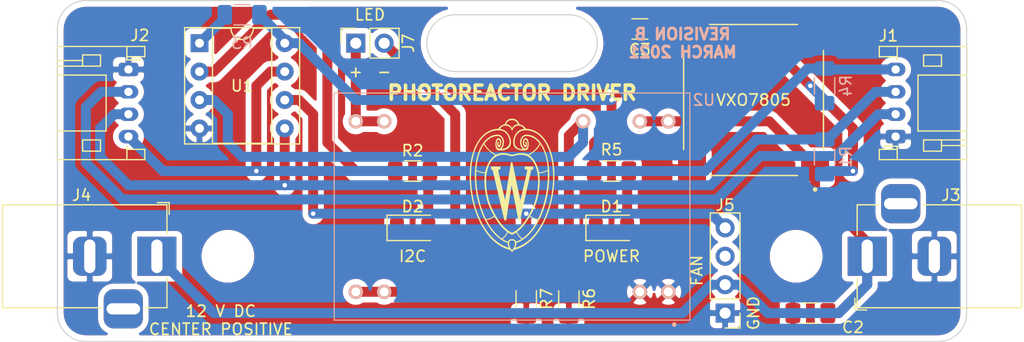
<source format=kicad_pcb>
(kicad_pcb (version 20171130) (host pcbnew 5.1.8+dfsg1-1+b1)
  (title_block (title "Digital Photoreactor Driver") (date 2021-03-06) (rev B) (company "University of Wisconsin-Madison") (comment 1 "Department of Chemistry") (comment 2 "Gellman Group") (comment 3 "Philip Lampkin") (comment 4 plampkin@wisc.edu))
  (layers (0 F.Cu signal) (31 B.Cu signal) (34 B.Paste user) (35 F.Paste user) (36 B.SilkS user) (37 F.SilkS user) (38 B.Mask user) (39 F.Mask user) (44 Edge.Cuts user))
  (net 0 "")
  (net 1 GND)
  (net 2 +12V)
  (net 3 +5V)
  (net 4 SDA)
  (net 5 SCL)
  (net 6 PWM_LED)
  (net 7 PWM_FAN)
  (net 8 INDICATOR)
  (net 9 "Net-(D1-Pad2)")
  (net 10 "Net-(D2-Pad2)")
  (net 11 "Net-(R3-Pad2)")
  (net 12 "Net-(J7-Pad1)")
  (net 13 "Net-(J7-Pad2)")
  (net 14 "Net-(J1-Pad2)")
  (module footprints:CONV_VXO7805-500-M (layer F.Cu) (at 148.59 87.63 180)
    (fp_text reference PS1 hide)
    (fp_text value VXO7805-500-M)
    (pad 4 smd rect (at -5.5 6 180) (size 2.5 2.5) (layers F.Cu F.Paste F.Mask))
    (pad 3 smd rect (at 5.5 6 180) (size 2.5 2.5) (layers F.Cu F.Paste F.Mask) (net 3 +5V))
    (pad 2 smd rect (at 5.5 -6 180) (size 2.5 2.5) (layers F.Cu F.Paste F.Mask) (net 1 GND))
    (pad 1 smd rect (at -5.5 -6 180) (size 2.5 2.5) (layers F.Cu F.Paste F.Mask) (net 2 +12V))
  )
  (module Resistor_SMD:R_1206_3216Metric_Pad1.30x1.75mm_HandSolder (layer F.Cu) (at 128.27 105.41 270)
    (fp_text reference R7 (at 0 -1.82 90) (layer F.SilkS))
    (fp_text value 4.7k)
    (pad 2 smd roundrect (at 1.55 0 270) (size 1.3 1.75) (layers F.Cu F.Paste F.Mask) (roundrect_rratio 0.192308) (net 1 GND))
    (pad 1 smd roundrect (at -1.55 0 270) (size 1.3 1.75) (layers F.Cu F.Paste F.Mask) (roundrect_rratio 0.192308) (net 7 PWM_FAN))
  )
  (module Resistor_SMD:R_1206_3216Metric_Pad1.30x1.75mm_HandSolder (layer F.Cu) (at 132.08 105.41 270)
    (fp_text reference R6 (at 0 -1.82 90) (layer F.SilkS))
    (fp_text value 4.7k)
    (pad 2 smd roundrect (at 1.55 0 270) (size 1.3 1.75) (layers F.Cu F.Paste F.Mask) (roundrect_rratio 0.192308) (net 1 GND))
    (pad 1 smd roundrect (at -1.55 0 270) (size 1.3 1.75) (layers F.Cu F.Paste F.Mask) (roundrect_rratio 0.192308) (net 6 PWM_LED))
  )
  (module Connector_JST:JST_PH_S4B-PH-K_1x04_P2.00mm_Horizontal (layer F.Cu) (at 161.29 90.9 90)
    (fp_text reference J1 (at 9.017 -0.635) (layer F.SilkS))
    (fp_text value Conn_01x04)
    (pad 4 thru_hole oval (at 6 0 90) (size 1.2 1.75) (drill 0.75) (layers *.Cu *.Mask) (net 5 SCL))
    (pad 3 thru_hole oval (at 4 0 90) (size 1.2 1.75) (drill 0.75) (layers *.Cu *.Mask) (net 4 SDA))
    (pad 2 thru_hole oval (at 2 0 90) (size 1.2 1.75) (drill 0.75) (layers *.Cu *.Mask) (net 14 "Net-(J1-Pad2)"))
    (pad 1 thru_hole roundrect (at 0 0 90) (size 1.2 1.75) (drill 0.75) (layers *.Cu *.Mask) (roundrect_rratio 0.2083325) (net 1 GND))
  )
  (module Resistor_SMD:R_1206_3216Metric_Pad1.30x1.75mm_HandSolder (layer F.Cu) (at 135.89 93.98)
    (fp_text reference R5 (at 0 -1.905) (layer F.SilkS))
    (fp_text value 470)
    (pad 2 smd roundrect (at 1.55 0) (size 1.3 1.75) (layers F.Cu F.Paste F.Mask) (roundrect_rratio 0.1923076923076923) (net 9 "Net-(D1-Pad2)"))
    (pad 1 smd roundrect (at -1.55 0) (size 1.3 1.75) (layers F.Cu F.Paste F.Mask) (roundrect_rratio 0.1923076923076923) (net 3 +5V))
  )
  (module Resistor_SMD:R_1206_3216Metric_Pad1.30x1.75mm_HandSolder (layer B.Cu) (at 154.94 86.36 90)
    (fp_text reference R4 (at 0 1.905 90) (layer B.SilkS) (effects (justify mirror)))
    (fp_text value 4.7k)
    (pad 2 smd roundrect (at 1.55 0 90) (size 1.3 1.75) (layers B.Cu B.Paste B.Mask) (roundrect_rratio 0.1923076923076923) (net 5 SCL))
    (pad 1 smd roundrect (at -1.55 0 90) (size 1.3 1.75) (layers B.Cu B.Paste B.Mask) (roundrect_rratio 0.1923076923076923) (net 3 +5V))
  )
  (module Resistor_SMD:R_1206_3216Metric_Pad1.30x1.75mm_HandSolder (layer B.Cu) (at 102.87 80.01 180)
    (fp_text reference R3 (at 0 -2.54) (layer B.SilkS) (effects (justify mirror)))
    (fp_text value 10k)
    (pad 2 smd roundrect (at 1.55 0 180) (size 1.3 1.75) (layers B.Cu B.Paste B.Mask) (roundrect_rratio 0.1923076923076923) (net 11 "Net-(R3-Pad2)"))
    (pad 1 smd roundrect (at -1.55 0 180) (size 1.3 1.75) (layers B.Cu B.Paste B.Mask) (roundrect_rratio 0.1923076923076923) (net 3 +5V))
  )
  (module Resistor_SMD:R_1206_3216Metric_Pad1.30x1.75mm_HandSolder (layer F.Cu) (at 118.11 93.98)
    (fp_text reference R2 (at 0 -1.82) (layer F.SilkS))
    (fp_text value 470)
    (pad 2 smd roundrect (at 1.55 0) (size 1.3 1.75) (layers F.Cu F.Paste F.Mask) (roundrect_rratio 0.1923076923076923) (net 10 "Net-(D2-Pad2)"))
    (pad 1 smd roundrect (at -1.55 0) (size 1.3 1.75) (layers F.Cu F.Paste F.Mask) (roundrect_rratio 0.1923076923076923) (net 8 INDICATOR))
  )
  (module Resistor_SMD:R_1206_3216Metric_Pad1.30x1.75mm_HandSolder (layer B.Cu) (at 154.94 92.71 270)
    (fp_text reference R1 (at 0 -1.905 90) (layer B.SilkS) (effects (justify mirror)))
    (fp_text value 4.7k)
    (pad 2 smd roundrect (at 1.55 0 270) (size 1.3 1.75) (layers B.Cu B.Paste B.Mask) (roundrect_rratio 0.1923076923076923) (net 3 +5V))
    (pad 1 smd roundrect (at -1.55 0 270) (size 1.3 1.75) (layers B.Cu B.Paste B.Mask) (roundrect_rratio 0.1923076923076923) (net 4 SDA))
  )
  (module Capacitor_SMD:C_1206_3216Metric_Pad1.33x1.80mm_HandSolder (layer F.Cu) (at 138.43 81.28 180)
    (fp_text reference C3 (at 0 -1.85) (layer F.SilkS))
    (fp_text value 22u)
    (pad 2 smd roundrect (at 1.5625 0 180) (size 1.325 1.8) (layers F.Cu F.Paste F.Mask) (roundrect_rratio 0.1886784905660377) (net 1 GND))
    (pad 1 smd roundrect (at -1.5625 0 180) (size 1.325 1.8) (layers F.Cu F.Paste F.Mask) (roundrect_rratio 0.1886784905660377) (net 3 +5V))
  )
  (module Capacitor_SMD:C_1206_3216Metric_Pad1.33x1.80mm_HandSolder (layer F.Cu) (at 153.67 106.68)
    (fp_text reference C2 (at 3.81 1.27) (layer F.SilkS))
    (fp_text value 10u)
    (pad 2 smd roundrect (at 1.5625 0) (size 1.325 1.8) (layers F.Cu F.Paste F.Mask) (roundrect_rratio 0.1886784905660377) (net 2 +12V))
    (pad 1 smd roundrect (at -1.5625 0) (size 1.325 1.8) (layers F.Cu F.Paste F.Mask) (roundrect_rratio 0.1886784905660377) (net 1 GND))
  )
  (module footprints:logo (layer F.Cu) (at 127 95.25)
    (fp_text reference G*** hide)
    (fp_text value LOGO hide)
  )
  (module LED_SMD:LED_1206_3216Metric (layer F.Cu) (at 135.89 99.06)
    (fp_text reference D1 (at 0 -1.905) (layer F.SilkS))
    (fp_text value LED)
    (pad 2 smd roundrect (at 1.4 0) (size 1.25 1.75) (layers F.Cu F.Paste F.Mask) (roundrect_rratio 0.2) (net 9 "Net-(D1-Pad2)"))
    (pad 1 smd roundrect (at -1.4 0) (size 1.25 1.75) (layers F.Cu F.Paste F.Mask) (roundrect_rratio 0.2) (net 1 GND))
  )
  (module MountingHole:MountingHole_3.7mm (layer F.Cu) (at 152.4 101.6 180)
    (fp_text reference REF** hide)
    (fp_text value MountingHole_3.7mm hide)
    (pad 1 np_thru_hole circle (at 0 0 180) (size 3.7 3.7) (drill 3.7) (layers *.Cu *.Mask))
  )
  (module MountingHole:MountingHole_3.7mm (layer F.Cu) (at 101.6 101.6 180)
    (fp_text reference REF** hide)
    (fp_text value MountingHole_3.7mm hide)
    (pad 1 np_thru_hole circle (at 0 0 180) (size 3.7 3.7) (drill 3.7) (layers *.Cu *.Mask))
  )
  (module LDD-1500L:LDD1500L (layer B.Cu) (at 140.97 104.775 90)
    (fp_text reference U2 (at 17.145 3.175 180) (layer B.SilkS) (effects (justify mirror)))
    (fp_text value LDD-1500L hide)
    (pad 24 thru_hole circle (at 15.24 0) (size 1.3 1.3) (drill 0.8) (layers *.Cu *.Mask B.SilkS) (net 2 +12V))
    (pad 23 thru_hole circle (at 15.24 -2.54) (size 1.3 1.3) (drill 0.8) (layers *.Cu *.Mask B.SilkS) (net 2 +12V))
    (pad 21 thru_hole circle (at 15.24 -7.62) (size 1.3 1.3) (drill 0.8) (layers *.Cu *.Mask B.SilkS) (net 6 PWM_LED))
    (pad 14 thru_hole circle (at 15.24 -25.4) (size 1.3 1.3) (drill 0.8) (layers *.Cu *.Mask B.SilkS) (net 12 "Net-(J7-Pad1)"))
    (pad 13 thru_hole circle (at 15.24 -27.94) (size 1.3 1.3) (drill 0.8) (layers *.Cu *.Mask B.SilkS) (net 12 "Net-(J7-Pad1)"))
    (pad 12 thru_hole circle (at 0 -27.94) (size 1.3 1.3) (drill 0.8) (layers *.Cu *.Mask B.SilkS) (net 13 "Net-(J7-Pad2)"))
    (pad 11 thru_hole circle (at 0 -25.4) (size 1.3 1.3) (drill 0.8) (layers *.Cu *.Mask B.SilkS) (net 13 "Net-(J7-Pad2)"))
    (pad 2 thru_hole circle (at 0 -2.54) (size 1.3 1.3) (drill 0.8) (layers *.Cu *.Mask B.SilkS) (net 1 GND))
    (pad 1 thru_hole circle (at 0 0) (size 1.3 1.3) (drill 0.8) (layers *.Cu *.Mask B.SilkS) (net 1 GND))
  )
  (module Connector_BarrelJack:BarrelJack_Horizontal (layer F.Cu) (at 95.25 101.6)
    (fp_text reference J4 (at -6.731 -5.461) (layer F.SilkS))
    (fp_text value Barrel_Jack)
    (pad 1 thru_hole rect (at 0 0) (size 3.5 3.5) (drill oval 1 3) (layers *.Cu *.Mask) (net 2 +12V))
    (pad 2 thru_hole roundrect (at -6 0) (size 3 3.5) (drill oval 1 3) (layers *.Cu *.Mask) (net 1 GND))
    (pad 3 thru_hole roundrect (at -3 4.7) (size 3.5 3.5) (drill oval 3 1) (layers *.Cu *.Mask))
  )
  (module Connector_BarrelJack:BarrelJack_Horizontal (layer F.Cu) (at 158.75 101.6 180)
    (fp_text reference J3 (at -7.493 5.462) (layer F.SilkS))
    (fp_text value Barrel_Jack)
    (pad 3 thru_hole roundrect (at -3 4.7 180) (size 3.5 3.5) (drill oval 3 1) (layers *.Cu *.Mask))
    (pad 2 thru_hole roundrect (at -6 0 180) (size 3 3.5) (drill oval 1 3) (layers *.Cu *.Mask) (net 1 GND))
    (pad 1 thru_hole rect (at 0 0 180) (size 3.5 3.5) (drill oval 1 3) (layers *.Cu *.Mask) (net 2 +12V))
  )
  (module LED_SMD:LED_1206_3216Metric (layer F.Cu) (at 118.11 99.06)
    (fp_text reference D2 (at 0 -1.905) (layer F.SilkS))
    (fp_text value LED)
    (pad 2 smd roundrect (at 1.4 0) (size 1.25 1.75) (layers F.Cu F.Paste F.Mask) (roundrect_rratio 0.2) (net 10 "Net-(D2-Pad2)"))
    (pad 1 smd roundrect (at -1.4 0) (size 1.25 1.75) (layers F.Cu F.Paste F.Mask) (roundrect_rratio 0.2) (net 1 GND))
  )
  (module Connector_JST:JST_PH_S4B-PH-K_1x04_P2.00mm_Horizontal (layer F.Cu) (at 92.71 84.9 270)
    (fp_text reference J2 (at -3.048 -1.016 180) (layer F.SilkS))
    (fp_text value Conn_01x04)
    (pad 4 thru_hole oval (at 6 0 270) (size 1.2 1.75) (drill 0.75) (layers *.Cu *.Mask) (net 5 SCL))
    (pad 3 thru_hole oval (at 4 0 270) (size 1.2 1.75) (drill 0.75) (layers *.Cu *.Mask) (net 4 SDA))
    (pad 2 thru_hole oval (at 2 0 270) (size 1.2 1.75) (drill 0.75) (layers *.Cu *.Mask) (net 14 "Net-(J1-Pad2)"))
    (pad 1 thru_hole roundrect (at 0 0 270) (size 1.2 1.75) (drill 0.75) (layers *.Cu *.Mask) (roundrect_rratio 0.2083325) (net 1 GND))
  )
  (module Package_DIP:DIP-8_W7.62mm_Socket (layer F.Cu) (at 99.06 82.55)
    (fp_text reference U1 (at 3.81 3.81) (layer F.SilkS))
    (fp_text value ATtiny85-20PU)
    (pad 8 thru_hole oval (at 7.62 0) (size 1.6 1.6) (drill 0.8) (layers *.Cu *.Mask) (net 3 +5V))
    (pad 4 thru_hole oval (at 0 7.62) (size 1.6 1.6) (drill 0.8) (layers *.Cu *.Mask) (net 1 GND))
    (pad 7 thru_hole oval (at 7.62 2.54) (size 1.6 1.6) (drill 0.8) (layers *.Cu *.Mask) (net 5 SCL))
    (pad 3 thru_hole oval (at 0 5.08) (size 1.6 1.6) (drill 0.8) (layers *.Cu *.Mask) (net 6 PWM_LED))
    (pad 6 thru_hole oval (at 7.62 5.08) (size 1.6 1.6) (drill 0.8) (layers *.Cu *.Mask) (net 7 PWM_FAN))
    (pad 2 thru_hole oval (at 0 2.54) (size 1.6 1.6) (drill 0.8) (layers *.Cu *.Mask) (net 8 INDICATOR))
    (pad 5 thru_hole oval (at 7.62 7.62) (size 1.6 1.6) (drill 0.8) (layers *.Cu *.Mask) (net 4 SDA))
    (pad 1 thru_hole rect (at 0 0) (size 1.6 1.6) (drill 0.8) (layers *.Cu *.Mask) (net 11 "Net-(R3-Pad2)"))
  )
  (module Connector_PinHeader_2.54mm:PinHeader_1x04_P2.54mm_Vertical (layer F.Cu) (at 146.05 106.68 180)
    (fp_text reference J5 (at 0 9.652) (layer F.SilkS))
    (fp_text value Conn_01x04)
    (pad 4 thru_hole oval (at 0 7.62 180) (size 1.7 1.7) (drill 1) (layers *.Cu *.Mask) (net 7 PWM_FAN))
    (pad 3 thru_hole oval (at 0 5.08 180) (size 1.7 1.7) (drill 1) (layers *.Cu *.Mask))
    (pad 2 thru_hole oval (at 0 2.54 180) (size 1.7 1.7) (drill 1) (layers *.Cu *.Mask) (net 2 +12V))
    (pad 1 thru_hole rect (at 0 0 180) (size 1.7 1.7) (drill 1) (layers *.Cu *.Mask) (net 1 GND))
  )
  (module Connector_PinSocket_2.54mm:PinSocket_1x02_P2.54mm_Vertical (layer F.Cu) (at 113.03 82.55 90)
    (fp_text reference J7 (at 0 4.699 90) (layer F.SilkS))
    (fp_text value Conn_01x02)
    (pad 1 thru_hole rect (at 0 0 90) (size 1.7 1.7) (drill 1) (layers *.Cu *.Mask) (net 12 "Net-(J7-Pad1)"))
    (pad 2 thru_hole oval (at 0 2.54 90) (size 1.7 1.7) (drill 1) (layers *.Cu *.Mask) (net 13 "Net-(J7-Pad2)"))
  )
  (gr_text VXO7805 (at 148.59 87.63) (layer F.SilkS) (effects (font (size 1 1))))
  (gr_text FAN (at 143.51 102.87 90) (layer F.SilkS) (effects (font (size 1 1))))
  (gr_text GND (at 148.59 106.68 90) (layer F.SilkS) (effects (font (size 1 1))))
  (gr_text - (at 115.57 85.09) (layer F.SilkS) (effects (font (size 1 1))))
  (gr_text + (at 113.03 85.09) (layer F.SilkS) (effects (font (size 1 1))))
  (gr_text I2C (at 118.11 101.6) (layer F.SilkS) (effects (font (size 1 1))))
  (gr_text POWER (at 135.89 101.6) (layer F.SilkS) (effects (font (size 1 1))))
  (gr_text "12 V DC\nCENTER POSITIVE" (at 100.965 107.315) (layer F.SilkS) (effects (font (size 1 1))))
  (gr_text "PHOTOREACTOR DRIVER" (at 127 86.995) (layer F.SilkS) (effects (font (size 1.27 1.27) (thickness 0.3175))))
  (gr_text LED (at 114.3 80.01) (layer F.SilkS) (effects (font (size 1 1))))
  (gr_arc (start 121.92 82.55) (end 119.38 82.55) (angle -90) (layer Edge.Cuts) (width 0.1))
  (gr_line (start 165.1 78.74) (end 88.9 78.74) (layer Edge.Cuts) (width 0.1))
  (gr_arc (start 121.92 82.55) (end 121.92 80.01) (angle -90) (layer Edge.Cuts) (width 0.1))
  (gr_arc (start 132.08 82.55) (end 134.62 82.55) (angle -90) (layer Edge.Cuts) (width 0.1))
  (gr_arc (start 132.08 82.55) (end 132.08 85.09) (angle -90) (layer Edge.Cuts) (width 0.1))
  (gr_line (start 132.08 80.01) (end 121.92 80.01) (layer Edge.Cuts) (width 0.1))
  (gr_line (start 132.08 85.09) (end 121.92 85.09) (layer Edge.Cuts) (width 0.1))
  (gr_line (start 165.1 109.22) (end 88.9 109.22) (layer Edge.Cuts) (width 0.1))
  (gr_line (start 86.36 81.28) (end 86.36 106.68) (layer Edge.Cuts) (width 0.1))
  (gr_line (start 167.64 106.68) (end 167.64 81.28) (layer Edge.Cuts) (width 0.1))
  (gr_arc (start 88.9 81.28) (end 88.9 78.74) (angle -90) (layer Edge.Cuts) (width 0.1))
  (gr_arc (start 88.9 106.68) (end 86.36 106.68) (angle -90) (layer Edge.Cuts) (width 0.1))
  (gr_arc (start 165.1 106.68) (end 165.1 109.22) (angle -90) (layer Edge.Cuts) (width 0.1))
  (gr_arc (start 165.1 81.28) (end 167.64 81.28) (angle -90) (layer Edge.Cuts) (width 0.1))
  (gr_text "REVISION B\nMARCH 2021" (at 142.24 82.55) (layer B.SilkS) (effects (font (size 1 1) (thickness 0.25)) (justify mirror)))
  (segment (start 158.75 101.6) (end 158.75 102.87) (width 0.889) (layer F.Cu) (net 2))
  (segment (start 155.2325 106.68) (end 156.21 106.68) (width 0.889) (layer F.Cu) (net 2))
  (segment (start 158.75 104.14) (end 158.75 101.6) (width 0.889) (layer F.Cu) (net 2))
  (segment (start 156.21 106.68) (end 158.75 104.14) (width 0.889) (layer F.Cu) (net 2))
  (segment (start 154.09 93.63) (end 154.09 95.67) (width 0.889) (layer F.Cu) (net 2))
  (segment (start 158.75 100.33) (end 158.75 101.6) (width 0.889) (layer F.Cu) (net 2))
  (segment (start 154.09 95.67) (end 158.75 100.33) (width 0.889) (layer F.Cu) (net 2))
  (segment (start 138.43 89.535) (end 140.97 89.535) (width 0.889) (layer F.Cu) (net 2))
  (segment (start 149.995 89.535) (end 154.09 93.63) (width 0.889) (layer F.Cu) (net 2))
  (segment (start 140.97 89.535) (end 149.995 89.535) (width 0.889) (layer F.Cu) (net 2))
  (segment (start 144.78 104.14) (end 146.05 104.14) (width 0.889) (layer B.Cu) (net 2))
  (segment (start 142.24 106.68) (end 144.78 104.14) (width 0.889) (layer B.Cu) (net 2))
  (segment (start 100.33 106.68) (end 142.24 106.68) (width 0.889) (layer B.Cu) (net 2))
  (segment (start 95.25 101.6) (end 100.33 106.68) (width 0.889) (layer B.Cu) (net 2))
  (segment (start 146.05 104.14) (end 147.32 104.14) (width 0.889) (layer B.Cu) (net 2))
  (segment (start 147.32 104.14) (end 149.86 106.68) (width 0.889) (layer B.Cu) (net 2))
  (segment (start 149.86 106.68) (end 156.21 106.68) (width 0.889) (layer B.Cu) (net 2))
  (segment (start 156.21 106.68) (end 158.75 104.14) (width 0.889) (layer B.Cu) (net 2))
  (segment (start 158.75 104.14) (end 158.75 101.6) (width 0.889) (layer B.Cu) (net 2))
  (segment (start 142.74 81.28) (end 143.09 81.63) (width 0.889) (layer F.Cu) (net 3))
  (segment (start 139.9925 81.28) (end 142.74 81.28) (width 0.889) (layer F.Cu) (net 3))
  (segment (start 139.9925 83.5275) (end 139.9925 81.28) (width 0.889) (layer F.Cu) (net 3))
  (segment (start 135.89 89.891258) (end 135.89 87.63) (width 0.889) (layer F.Cu) (net 3))
  (segment (start 134.34 91.441258) (end 135.89 89.891258) (width 0.889) (layer F.Cu) (net 3))
  (segment (start 134.34 93.98) (end 134.34 91.441258) (width 0.889) (layer F.Cu) (net 3))
  (segment (start 135.89 87.63) (end 137.16 86.36) (width 0.889) (layer F.Cu) (net 3))
  (segment (start 137.16 86.36) (end 139.9925 83.5275) (width 0.889) (layer F.Cu) (net 3))
  (via (at 135.89 87.63) (size 0.8) (drill 0.4) (layers F.Cu B.Cu) (net 3))
  (segment (start 135.89 87.63) (end 113.03 87.63) (width 0.889) (layer B.Cu) (net 3))
  (segment (start 107.95 82.55) (end 106.68 82.55) (width 0.889) (layer B.Cu) (net 3))
  (segment (start 113.03 87.63) (end 107.95 82.55) (width 0.889) (layer B.Cu) (net 3))
  (segment (start 106.68 82.27) (end 104.42 80.01) (width 0.889) (layer B.Cu) (net 3))
  (segment (start 106.68 82.55) (end 106.68 82.27) (width 0.889) (layer B.Cu) (net 3))
  (segment (start 92.71 84.9) (end 92.71 85.09) (width 0.889) (layer B.Cu) (net 1))
  (segment (start 143.09 81.63) (end 148.94 81.63) (width 0.889) (layer F.Cu) (net 3))
  (via (at 157.48 93.98) (size 0.8) (drill 0.4) (layers F.Cu B.Cu) (net 3))
  (segment (start 157.48 90.17) (end 157.48 93.98) (width 0.889) (layer F.Cu) (net 3))
  (segment (start 155.22 93.98) (end 154.94 94.26) (width 0.889) (layer B.Cu) (net 3))
  (segment (start 157.48 93.98) (end 155.22 93.98) (width 0.889) (layer B.Cu) (net 3))
  (segment (start 154.94 87.91) (end 155.22 87.91) (width 0.889) (layer B.Cu) (net 3))
  (segment (start 154.94 87.91) (end 154.94 87.63) (width 0.889) (layer B.Cu) (net 3))
  (via (at 153.67 86.36) (size 0.8) (drill 0.4) (layers F.Cu B.Cu) (net 3))
  (segment (start 154.94 87.63) (end 153.67 86.36) (width 0.889) (layer B.Cu) (net 3))
  (segment (start 153.67 86.36) (end 157.48 90.17) (width 0.889) (layer F.Cu) (net 3))
  (segment (start 148.94 81.63) (end 153.67 86.36) (width 0.889) (layer F.Cu) (net 3))
  (segment (start 154.94 91.16) (end 155.22 91.16) (width 0.889) (layer B.Cu) (net 4))
  (segment (start 159.48 86.9) (end 161.29 86.9) (width 0.889) (layer B.Cu) (net 4))
  (segment (start 155.22 91.16) (end 159.48 86.9) (width 0.889) (layer B.Cu) (net 4))
  (segment (start 148.87 91.16) (end 144.779981 95.25002) (width 0.889) (layer B.Cu) (net 4))
  (segment (start 154.94 91.16) (end 148.87 91.16) (width 0.889) (layer B.Cu) (net 4))
  (via (at 106.67998 95.25002) (size 0.8) (drill 0.4) (layers F.Cu B.Cu) (net 4))
  (segment (start 106.68 95.25) (end 106.67998 95.25002) (width 0.889) (layer F.Cu) (net 4))
  (segment (start 106.68 90.17) (end 106.68 95.25) (width 0.889) (layer F.Cu) (net 4))
  (segment (start 144.779981 95.25002) (end 106.67998 95.25002) (width 0.889) (layer B.Cu) (net 4))
  (segment (start 94.769045 95.25002) (end 94.769025 95.25) (width 0.889) (layer B.Cu) (net 4))
  (segment (start 104.77498 95.25002) (end 94.769045 95.25002) (width 0.889) (layer B.Cu) (net 4))
  (segment (start 106.67998 95.25002) (end 104.77498 95.25002) (width 0.889) (layer B.Cu) (net 4))
  (segment (start 104.77498 95.25002) (end 104.14 95.25002) (width 0.889) (layer B.Cu) (net 4))
  (segment (start 94.769025 95.25) (end 92.71 95.25) (width 0.889) (layer B.Cu) (net 4))
  (segment (start 92.71 95.25) (end 90.17 92.71) (width 0.889) (layer B.Cu) (net 4))
  (segment (start 90.17 92.71) (end 90.17 90.17) (width 0.889) (layer B.Cu) (net 4))
  (segment (start 90.17 90.17) (end 91.44 88.9) (width 0.889) (layer B.Cu) (net 4))
  (segment (start 91.44 88.9) (end 92.71 88.9) (width 0.889) (layer B.Cu) (net 4))
  (segment (start 155.03 84.9) (end 154.94 84.81) (width 0.889) (layer B.Cu) (net 5))
  (segment (start 161.29 84.9) (end 155.03 84.9) (width 0.889) (layer B.Cu) (net 5))
  (segment (start 153.423936 84.81) (end 144.253936 93.98) (width 0.889) (layer B.Cu) (net 5))
  (segment (start 154.94 84.81) (end 153.423936 84.81) (width 0.889) (layer B.Cu) (net 5))
  (segment (start 144.253936 93.98) (end 144.253926 93.98001) (width 0.889) (layer B.Cu) (net 5))
  (segment (start 104.13999 86.36001) (end 104.13999 93.98001) (width 0.889) (layer F.Cu) (net 5))
  (segment (start 105.41 85.09) (end 104.13999 86.36001) (width 0.889) (layer F.Cu) (net 5))
  (via (at 104.13999 93.98001) (size 0.8) (drill 0.4) (layers F.Cu B.Cu) (net 5))
  (segment (start 106.68 85.09) (end 105.41 85.09) (width 0.889) (layer F.Cu) (net 5))
  (segment (start 144.253926 93.98001) (end 104.13999 93.98001) (width 0.889) (layer B.Cu) (net 5))
  (segment (start 95.79001 93.98001) (end 92.71 90.9) (width 0.889) (layer B.Cu) (net 5))
  (segment (start 104.13999 93.98001) (end 95.79001 93.98001) (width 0.889) (layer B.Cu) (net 5))
  (segment (start 99.06 87.63) (end 100.33 87.63) (width 0.889) (layer B.Cu) (net 6))
  (segment (start 100.33 87.63) (end 101.6 88.9) (width 0.889) (layer B.Cu) (net 6))
  (segment (start 101.6 88.9) (end 101.6 91.44) (width 0.889) (layer B.Cu) (net 6))
  (segment (start 101.6 91.44) (end 102.87 92.71) (width 0.889) (layer B.Cu) (net 6))
  (segment (start 102.87 92.71) (end 132.08 92.71) (width 0.889) (layer B.Cu) (net 6))
  (segment (start 133.35 91.44) (end 133.35 89.535) (width 0.889) (layer B.Cu) (net 6))
  (segment (start 132.08 92.71) (end 133.35 91.44) (width 0.889) (layer B.Cu) (net 6))
  (segment (start 132.08 90.805) (end 133.35 89.535) (width 0.889) (layer F.Cu) (net 6))
  (segment (start 132.08 103.86) (end 132.08 90.805) (width 0.889) (layer F.Cu) (net 6))
  (segment (start 146.05 99.06) (end 144.78004 97.79004) (width 0.889) (layer B.Cu) (net 7))
  (segment (start 106.68 87.63) (end 107.95 87.63) (width 0.889) (layer F.Cu) (net 7))
  (via (at 109.22004 97.79004) (size 0.8) (drill 0.4) (layers F.Cu B.Cu) (net 7))
  (segment (start 109.21999 97.78999) (end 109.22004 97.79004) (width 0.889) (layer F.Cu) (net 7))
  (segment (start 109.21999 88.89999) (end 109.21999 97.78999) (width 0.889) (layer F.Cu) (net 7))
  (segment (start 107.95 87.63) (end 109.21999 88.89999) (width 0.889) (layer F.Cu) (net 7))
  (segment (start 128.27 103.86) (end 128.27 97.79008) (width 0.889) (layer F.Cu) (net 7))
  (via (at 128.26996 97.79004) (size 0.8) (drill 0.4) (layers F.Cu B.Cu) (net 7))
  (segment (start 128.26996 97.79004) (end 109.22004 97.79004) (width 0.889) (layer B.Cu) (net 7))
  (segment (start 128.27 97.79008) (end 128.26996 97.79004) (width 0.889) (layer F.Cu) (net 7))
  (segment (start 144.78004 97.79004) (end 128.26996 97.79004) (width 0.889) (layer B.Cu) (net 7))
  (segment (start 100.33 85.09) (end 99.06 85.09) (width 0.889) (layer F.Cu) (net 8))
  (segment (start 105.41 80.01) (end 100.33 85.09) (width 0.889) (layer F.Cu) (net 8))
  (segment (start 107.95 80.01) (end 105.41 80.01) (width 0.889) (layer F.Cu) (net 8))
  (segment (start 110.49 91.44) (end 110.49 82.55) (width 0.889) (layer F.Cu) (net 8))
  (segment (start 113.03 93.98) (end 110.49 91.44) (width 0.889) (layer F.Cu) (net 8))
  (segment (start 110.49 82.55) (end 107.95 80.01) (width 0.889) (layer F.Cu) (net 8))
  (segment (start 116.56 93.98) (end 113.03 93.98) (width 0.889) (layer F.Cu) (net 8))
  (segment (start 137.29 94.13) (end 137.44 93.98) (width 0.889) (layer F.Cu) (net 9))
  (segment (start 137.29 99.06) (end 137.29 94.13) (width 0.889) (layer F.Cu) (net 9))
  (segment (start 119.51 94.13) (end 119.66 93.98) (width 0.889) (layer F.Cu) (net 10))
  (segment (start 119.51 99.06) (end 119.51 94.13) (width 0.889) (layer F.Cu) (net 10))
  (segment (start 101.32 80.29) (end 99.06 82.55) (width 0.889) (layer B.Cu) (net 11))
  (segment (start 101.32 80.01) (end 101.32 80.29) (width 0.889) (layer B.Cu) (net 11))
  (segment (start 115.57 89.535) (end 113.03 89.535) (width 0.889) (layer F.Cu) (net 12))
  (segment (start 113.03 82.55) (end 113.03 89.535) (width 0.889) (layer F.Cu) (net 12))
  (segment (start 115.57 82.55) (end 121.92 88.9) (width 0.889) (layer F.Cu) (net 13))
  (segment (start 121.92 88.9) (end 121.92 100.33) (width 0.889) (layer F.Cu) (net 13))
  (segment (start 117.475 104.775) (end 121.92 100.33) (width 0.889) (layer F.Cu) (net 13))
  (segment (start 113.03 104.775) (end 117.475 104.775) (width 0.889) (layer F.Cu) (net 13))
  (segment (start 149.190555 92.63551) (end 145.306036 96.52003) (width 0.889) (layer B.Cu) (net 14))
  (segment (start 159.746004 88.9) (end 156.010494 92.63551) (width 0.889) (layer B.Cu) (net 14))
  (segment (start 156.010494 92.63551) (end 149.190555 92.63551) (width 0.889) (layer B.Cu) (net 14))
  (segment (start 161.29 88.9) (end 159.746004 88.9) (width 0.889) (layer B.Cu) (net 14))
  (segment (start 92.183966 96.52003) (end 88.9 93.236064) (width 0.889) (layer B.Cu) (net 14))
  (segment (start 106.67997 96.52003) (end 92.183966 96.52003) (width 0.889) (layer B.Cu) (net 14))
  (segment (start 145.306036 96.52003) (end 106.67997 96.52003) (width 0.889) (layer B.Cu) (net 14))
  (segment (start 106.67997 96.52003) (end 106.045 96.52003) (width 0.889) (layer B.Cu) (net 14))
  (segment (start 88.9 93.236064) (end 88.9 88.265) (width 0.889) (layer B.Cu) (net 14))
  (segment (start 90.265 86.9) (end 92.71 86.9) (width 0.889) (layer B.Cu) (net 14))
  (segment (start 88.9 88.265) (end 90.265 86.9) (width 0.889) (layer B.Cu) (net 14))
  (zone (net 1) (net_name GND) (layer F.Cu) (connect_pads (clearance 0.508)) (min_thickness 0.254) (fill yes (arc_segments 32) (thermal_gap 0.508) (thermal_bridge_width 0.508))
    (polygon (pts (xy 167.64 109.22) (xy 86.36 109.22) (xy 86.36 78.74) (xy 167.64 78.74)))
  )
  (zone (net 1) (net_name GND) (layer B.Cu) (connect_pads (clearance 0.508)) (min_thickness 0.254) (fill yes (arc_segments 32) (thermal_gap 0.508) (thermal_bridge_width 0.508))
    (polygon (pts (xy 167.64 109.22) (xy 86.36 109.22) (xy 86.36 78.74) (xy 167.64 78.74)))
  )
)
</source>
